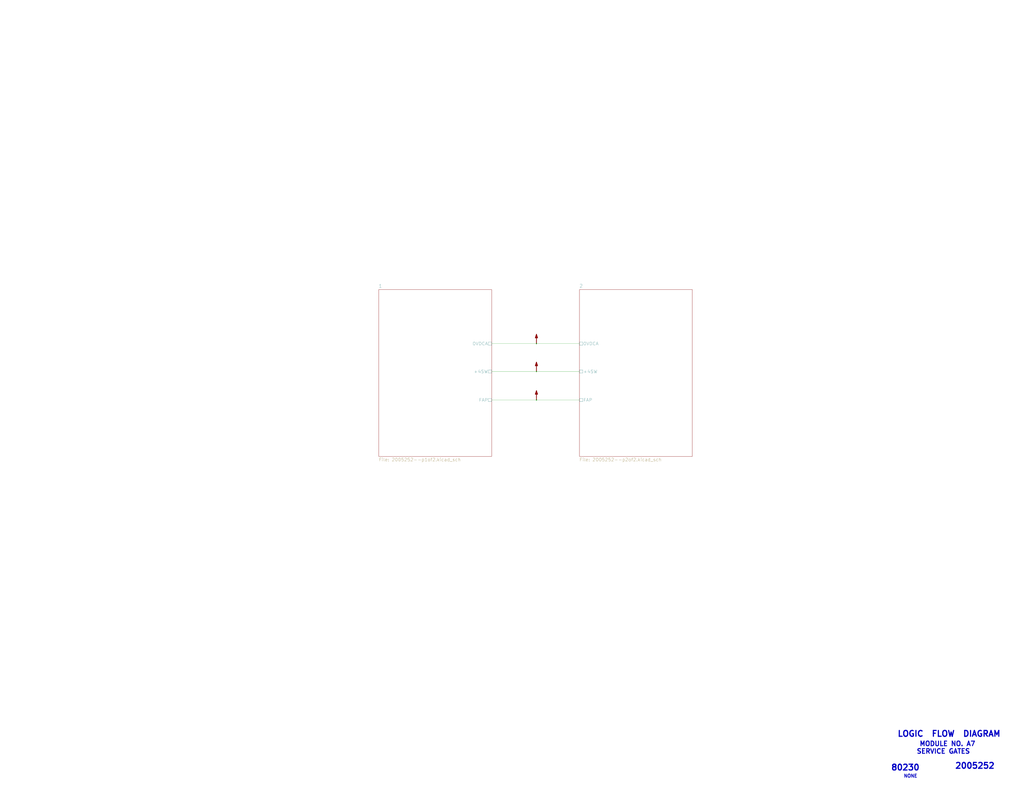
<source format=kicad_sch>
(kicad_sch (version 20211123) (generator eeschema)
  (paper "E")
  (lib_symbols
    (symbol "AGC_DSKY:PWR_FLAG" (power) (pin_numbers hide) (pin_names (offset 0) hide)
      (symbol "PWR_FLAG_0_0"
        (pin power_out line (at 0 0 90) (length 0) (name "pwr") (number "1"))
      )
      (symbol "PWR_FLAG_0_1"
        (polyline (pts (xy 0 0) (xy 0 10.16)) (stroke (width 0.762)))
        (polyline (pts (xy 0 10.16) (xy -1.27 6.35) (xy 1.27 6.35) (xy 0 10.16)) (stroke (width 0.762)) (fill (type outline)))
      )
    )
  )
  (junction (at 585.47 436.88))
  (junction (at 585.47 405.765))
  (junction (at 585.47 375.285))
  (wire (pts (xy 536.575 375.285) (xy 585.47 375.285)))
  (wire (pts (xy 536.575 436.88) (xy 585.47 436.88)))
  (wire (pts (xy 536.575 405.765) (xy 585.47 405.765)))
  (wire (pts (xy 585.47 436.88) (xy 632.46 436.88)))
  (wire (pts (xy 585.47 405.765) (xy 632.46 405.765)))
  (wire (pts (xy 585.47 375.285) (xy 632.46 375.285)))
  (text "LOGIC  FLOW  DIAGRAM" (at 979.17 805.18 0) (effects (font (size 6.35 6.35) (thickness 1.27) bold) (justify left bottom)))
  (text "SERVICE GATES" (at 1000.125 823.595 0) (effects (font (size 5.08 5.08) (thickness 1.016) bold) (justify left bottom)))
  (text "2005252" (at 1042.035 840.105 0) (effects (font (size 6.35 6.35) (thickness 1.27) bold) (justify left bottom)))
  (text "80230" (at 972.185 842.01 0) (effects (font (size 6.35 6.35) (thickness 1.27) bold) (justify left bottom)))
  (text "MODULE NO. A7" (at 1003.3 815.34 0) (effects (font (size 5.08 5.08) (thickness 1.016) bold) (justify left bottom)))
  (text "NONE" (at 986.155 849.63 0) (effects (font (size 3.556 3.556) (thickness 0.7112) bold) (justify left bottom)))
  (symbol (lib_id "AGC_DSKY:PWR_FLAG") (at 585.47 375.285 0) (unit 1)
    (property "Reference" "#FLG01" (effects hide))
    (property "Value" "PWR_FLAG" (effects hide))
  )
  (symbol (lib_id "AGC_DSKY:PWR_FLAG") (at 585.47 436.88 0) (unit 1)
    (property "Reference" "#FLG03" (effects hide))
    (property "Value" "PWR_FLAG" (effects hide))
  )
  (symbol (lib_id "AGC_DSKY:PWR_FLAG") (at 585.47 405.765 0) (unit 1)
    (property "Reference" "#FLG02" (effects hide))
    (property "Value" "PWR_FLAG" (effects hide))
  )
  (sheet (at 413.385 316.23) (size 123.19 182.245)
    (property "Sheet name" "1" (at 413.385 314.3754 0) (effects (font (size 3.556 3.556)) (justify left bottom)))
    (property "Sheet file" "2005252--p1of2.kicad_sch" (at 413.385 499.974 0) (effects (font (size 3.556 3.556)) (justify left top)))
    (pin "0VDCA" passive (at 536.575 375.285 0) (effects (font (size 3.556 3.556))))
    (pin "+4SW" passive (at 536.575 405.765 0) (effects (font (size 3.556 3.556))))
    (pin "FAP" passive (at 536.575 436.88 0) (effects (font (size 3.556 3.556))))
  )
  (sheet (at 632.46 316.23) (size 123.19 182.245)
    (property "Sheet name" "2" (at 632.46 314.3754 0) (effects (font (size 3.556 3.556)) (justify left bottom)))
    (property "Sheet file" "2005252--p2of2.kicad_sch" (at 632.46 499.974 0) (effects (font (size 3.556 3.556)) (justify left top)))
    (pin "0VDCA" passive (at 632.46 375.285 180) (effects (font (size 3.556 3.556))))
    (pin "+4SW" passive (at 632.46 405.765 180) (effects (font (size 3.556 3.556))))
    (pin "FAP" passive (at 632.46 436.88 180) (effects (font (size 3.556 3.556))))
  )
)
</source>
